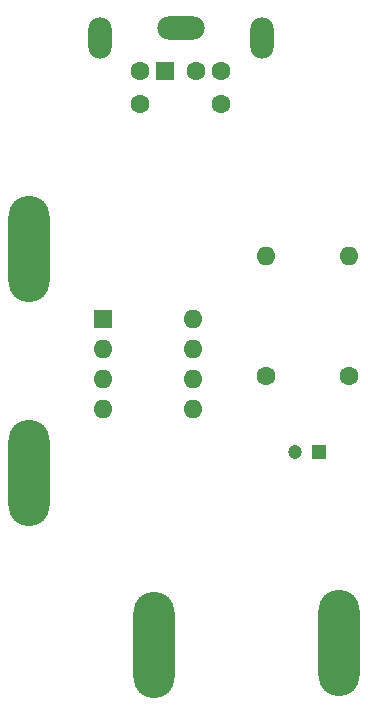
<source format=gbr>
%TF.GenerationSoftware,KiCad,Pcbnew,8.0.4*%
%TF.CreationDate,2024-09-08T09:34:43+02:00*%
%TF.ProjectId,Lichtschranke-M,4c696368-7473-4636-9872-616e6b652d4d,rev?*%
%TF.SameCoordinates,Original*%
%TF.FileFunction,Soldermask,Bot*%
%TF.FilePolarity,Negative*%
%FSLAX46Y46*%
G04 Gerber Fmt 4.6, Leading zero omitted, Abs format (unit mm)*
G04 Created by KiCad (PCBNEW 8.0.4) date 2024-09-08 09:34:43*
%MOMM*%
%LPD*%
G01*
G04 APERTURE LIST*
%ADD10O,3.500000X9.000000*%
%ADD11R,1.600000X1.600000*%
%ADD12C,1.600000*%
%ADD13O,2.000000X3.500000*%
%ADD14O,4.000000X2.000000*%
%ADD15O,1.600000X1.600000*%
%ADD16R,1.200000X1.200000*%
%ADD17C,1.200000*%
G04 APERTURE END LIST*
D10*
%TO.C,J3*%
X132000000Y-89500000D03*
%TD*%
%TO.C,J5*%
X158200000Y-103900000D03*
%TD*%
%TO.C,J2*%
X132000000Y-70500000D03*
%TD*%
%TO.C,J4*%
X142570000Y-104050000D03*
%TD*%
D11*
%TO.C,J1*%
X143500000Y-55500000D03*
D12*
X146100000Y-55500000D03*
X141400000Y-55500000D03*
X148200000Y-55500000D03*
X141400000Y-58300000D03*
X148200000Y-58300000D03*
D13*
X151650000Y-52650000D03*
D14*
X144800000Y-51850000D03*
D13*
X137950000Y-52650000D03*
%TD*%
D12*
%TO.C,R1*%
X152030000Y-81310000D03*
D15*
X152030000Y-71150000D03*
%TD*%
D16*
%TO.C,C2*%
X156520000Y-87730000D03*
D17*
X154520000Y-87730000D03*
%TD*%
D12*
%TO.C,R2*%
X159030000Y-81310000D03*
D15*
X159030000Y-71150000D03*
%TD*%
D11*
%TO.C,U1*%
X138230000Y-76430000D03*
D15*
X138230000Y-78970000D03*
X138230000Y-81510000D03*
X138230000Y-84050000D03*
X145850000Y-84050000D03*
X145850000Y-81510000D03*
X145850000Y-78970000D03*
X145850000Y-76430000D03*
%TD*%
M02*

</source>
